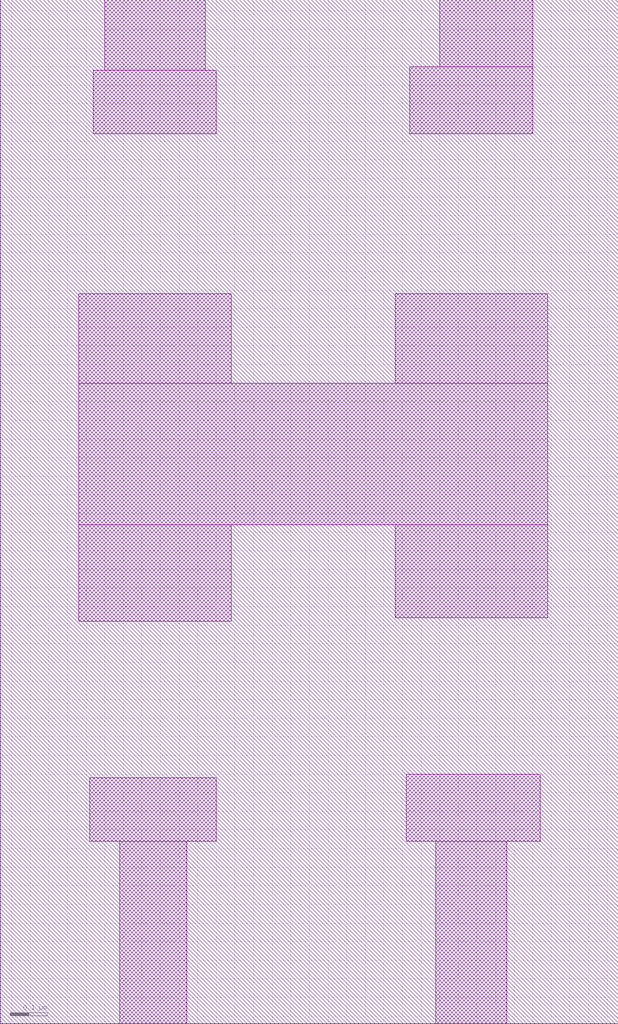
<source format=lef>
VERSION 5.7 ;
  NOWIREEXTENSIONATPIN ON ;
  DIVIDERCHAR "/" ;
  BUSBITCHARS "[]" ;
UNITS
  DATABASE MICRONS 200 ;
END UNITS

LAYER via2
  TYPE CUT ;
END via2

LAYER via
  TYPE CUT ;
END via

LAYER nwell
  TYPE MASTERSLICE ;
END nwell

LAYER via3
  TYPE CUT ;
END via3

LAYER pwell
  TYPE MASTERSLICE ;
END pwell

LAYER via4
  TYPE CUT ;
END via4

LAYER mcon
  TYPE CUT ;
END mcon

LAYER met6
  TYPE ROUTING ;
  WIDTH 0.030000 ;
  SPACING 0.040000 ;
  DIRECTION HORIZONTAL ;
END met6

LAYER met1
  TYPE ROUTING ;
  WIDTH 0.140000 ;
  SPACING 0.140000 ;
  DIRECTION HORIZONTAL ;
END met1

LAYER met3
  TYPE ROUTING ;
  WIDTH 0.300000 ;
  SPACING 0.300000 ;
  DIRECTION HORIZONTAL ;
END met3

LAYER met2
  TYPE ROUTING ;
  WIDTH 0.140000 ;
  SPACING 0.140000 ;
  DIRECTION HORIZONTAL ;
END met2

LAYER met4
  TYPE ROUTING ;
  WIDTH 0.300000 ;
  SPACING 0.300000 ;
  DIRECTION HORIZONTAL ;
END met4

LAYER met5
  TYPE ROUTING ;
  WIDTH 1.600000 ;
  SPACING 1.600000 ;
  DIRECTION HORIZONTAL ;
END met5

LAYER li1
  TYPE ROUTING ;
  WIDTH 0.170000 ;
  SPACING 0.170000 ;
  DIRECTION HORIZONTAL ;
END li1

MACRO sky130_hilas_nfetmirrorpairs
  CLASS BLOCK ;
  FOREIGN sky130_hilas_nfetmirrorpairs ;
  ORIGIN 0.330 1.920 ;
  SIZE 1.660 BY 2.750 ;
  OBS
      LAYER li1 ;
        RECT -0.050 0.640 0.220 0.830 ;
        RECT 0.850 0.650 1.100 0.830 ;
        RECT -0.080 0.470 0.250 0.640 ;
        RECT 0.770 0.470 1.100 0.650 ;
        RECT -0.120 -0.200 0.290 0.040 ;
        RECT 0.730 -0.200 1.140 0.040 ;
        RECT -0.120 -0.580 1.140 -0.200 ;
        RECT -0.120 -0.840 0.290 -0.580 ;
        RECT 0.730 -0.830 1.140 -0.580 ;
        RECT -0.090 -1.430 0.250 -1.260 ;
        RECT 0.760 -1.430 1.120 -1.250 ;
        RECT -0.010 -1.920 0.170 -1.430 ;
        RECT 0.840 -1.920 1.030 -1.430 ;
  END
END sky130_hilas_nfetmirrorpairs
END LIBRARY


</source>
